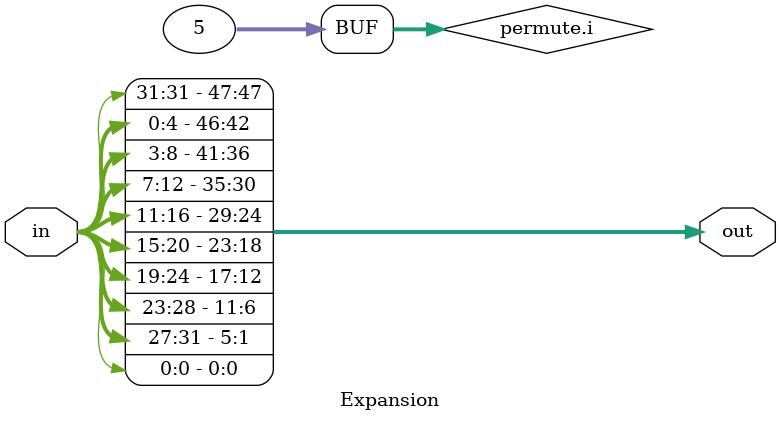
<source format=v>
`timescale 1ns / 1ps


module Expansion(
    input [0:4 * 8 - 1] in,
    output reg [0:6*8 - 1] out
    );
    
    always @*
    begin: permute
    
        integer i;

        for (i = 1; i < 5; i = i + 1) begin
            out[6*0 + i] = in[(i - 1) + 0];
            out[6*1 + i] = in[(i - 1) + 4];
            out[6*2 + i] = in[(i - 1) + 8];
            out[6*3 + i] = in[(i - 1) + 12];
            out[6*4 + i] = in[(i - 1) + 16];
            out[6*5 + i] = in[(i - 1) + 20];
            out[6*6 + i] = in[(i - 1) + 24];
            out[6*7 + i] = in[(i - 1) + 28];
        end
        
        out[0] = in[31];
        out[6] = in[3];
        out[12] = in[7];
        out[18] = in[11];
        out[24] = in[15];
        out[30] = in[19];
        out[36] = in[23];
        out[42] = in[27];
        
        out[5] = in[4];
        out[11] = in[8];
        out[17] = in[12];
        out[23] = in[16];
        out[29] = in[20];
        out[35] = in[24];
        out[41] = in[28];
        out[47] = in[0];     
    end
    
endmodule

</source>
